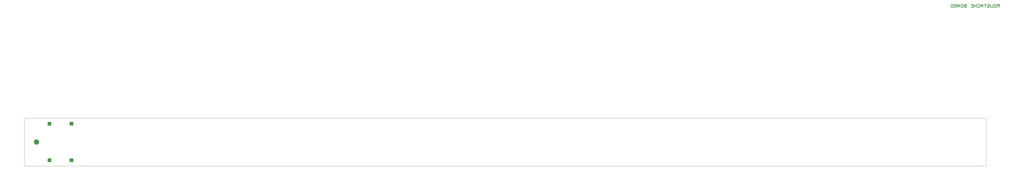
<source format=gbs>
G75*
%MOIN*%
%OFA0B0*%
%FSLAX25Y25*%
%IPPOS*%
%LPD*%
%AMOC8*
5,1,8,0,0,1.08239X$1,22.5*
%
%ADD10C,0.00900*%
%ADD11C,0.00039*%
%ADD12C,0.00000*%
%ADD13C,0.08468*%
%ADD14R,0.06499X0.06499*%
D10*
X1518558Y0617029D02*
X1519393Y0616194D01*
X1521898Y0616194D01*
X1521898Y0621204D01*
X1519393Y0621204D01*
X1518558Y0620369D01*
X1518558Y0617029D01*
X1523996Y0616194D02*
X1525666Y0617864D01*
X1524831Y0617864D02*
X1527336Y0617864D01*
X1527336Y0616194D02*
X1527336Y0621204D01*
X1524831Y0621204D01*
X1523996Y0620369D01*
X1523996Y0618699D01*
X1524831Y0617864D01*
X1529433Y0618699D02*
X1532773Y0618699D01*
X1532773Y0619534D02*
X1531103Y0621204D01*
X1529433Y0619534D01*
X1529433Y0616194D01*
X1532773Y0616194D02*
X1532773Y0619534D01*
X1534871Y0620369D02*
X1535706Y0621204D01*
X1537376Y0621204D01*
X1538211Y0620369D01*
X1538211Y0617029D01*
X1537376Y0616194D01*
X1535706Y0616194D01*
X1534871Y0617029D01*
X1534871Y0620369D01*
X1540309Y0620369D02*
X1540309Y0619534D01*
X1541144Y0618699D01*
X1543649Y0618699D01*
X1543649Y0621204D02*
X1541144Y0621204D01*
X1540309Y0620369D01*
X1541144Y0618699D02*
X1540309Y0617864D01*
X1540309Y0617029D01*
X1541144Y0616194D01*
X1543649Y0616194D01*
X1543649Y0621204D01*
X1551184Y0621204D02*
X1554524Y0621204D01*
X1554524Y0616194D01*
X1551184Y0616194D01*
X1552854Y0618699D02*
X1554524Y0618699D01*
X1556622Y0618699D02*
X1559962Y0618699D01*
X1559962Y0616194D02*
X1559962Y0621204D01*
X1562060Y0620369D02*
X1562895Y0621204D01*
X1564565Y0621204D01*
X1565400Y0620369D01*
X1565400Y0617029D01*
X1564565Y0616194D01*
X1562895Y0616194D01*
X1562060Y0617029D01*
X1567497Y0616194D02*
X1567497Y0619534D01*
X1569167Y0621204D01*
X1570837Y0619534D01*
X1570837Y0616194D01*
X1570837Y0618699D02*
X1567497Y0618699D01*
X1572935Y0621204D02*
X1576275Y0621204D01*
X1574605Y0621204D02*
X1574605Y0616194D01*
X1578373Y0617029D02*
X1579208Y0616194D01*
X1580878Y0616194D01*
X1581713Y0617029D01*
X1580878Y0618699D02*
X1579208Y0618699D01*
X1578373Y0617864D01*
X1578373Y0617029D01*
X1580878Y0618699D02*
X1581713Y0619534D01*
X1581713Y0620369D01*
X1580878Y0621204D01*
X1579208Y0621204D01*
X1578373Y0620369D01*
X1583811Y0621204D02*
X1583811Y0617029D01*
X1584645Y0616194D01*
X1586315Y0616194D01*
X1587150Y0617029D01*
X1587150Y0621204D01*
X1589248Y0620369D02*
X1590083Y0621204D01*
X1591753Y0621204D01*
X1592588Y0620369D01*
X1592588Y0617029D01*
X1591753Y0616194D01*
X1590083Y0616194D01*
X1589248Y0617029D01*
X1589248Y0620369D01*
X1594686Y0621204D02*
X1594686Y0616194D01*
X1598026Y0616194D02*
X1598026Y0621204D01*
X1596356Y0619534D01*
X1594686Y0621204D01*
X1556622Y0621204D02*
X1556622Y0616194D01*
D11*
X1576394Y0355823D02*
X0001591Y0355823D01*
X0001591Y0434563D01*
X1576394Y0434563D01*
X1576394Y0355823D01*
D12*
X0017142Y0395193D02*
X0017144Y0395321D01*
X0017150Y0395449D01*
X0017160Y0395576D01*
X0017174Y0395704D01*
X0017191Y0395830D01*
X0017213Y0395956D01*
X0017239Y0396082D01*
X0017268Y0396206D01*
X0017301Y0396330D01*
X0017338Y0396452D01*
X0017379Y0396573D01*
X0017424Y0396693D01*
X0017472Y0396812D01*
X0017524Y0396929D01*
X0017580Y0397044D01*
X0017639Y0397158D01*
X0017701Y0397269D01*
X0017767Y0397379D01*
X0017836Y0397486D01*
X0017909Y0397592D01*
X0017985Y0397695D01*
X0018064Y0397795D01*
X0018146Y0397894D01*
X0018231Y0397989D01*
X0018319Y0398082D01*
X0018410Y0398172D01*
X0018503Y0398259D01*
X0018600Y0398344D01*
X0018698Y0398425D01*
X0018800Y0398503D01*
X0018903Y0398578D01*
X0019009Y0398650D01*
X0019117Y0398719D01*
X0019227Y0398784D01*
X0019340Y0398845D01*
X0019454Y0398904D01*
X0019569Y0398958D01*
X0019687Y0399009D01*
X0019805Y0399057D01*
X0019926Y0399100D01*
X0020047Y0399140D01*
X0020170Y0399176D01*
X0020294Y0399209D01*
X0020419Y0399237D01*
X0020544Y0399262D01*
X0020670Y0399282D01*
X0020797Y0399299D01*
X0020925Y0399312D01*
X0021052Y0399321D01*
X0021180Y0399326D01*
X0021308Y0399327D01*
X0021436Y0399324D01*
X0021564Y0399317D01*
X0021691Y0399306D01*
X0021818Y0399291D01*
X0021945Y0399273D01*
X0022071Y0399250D01*
X0022196Y0399223D01*
X0022320Y0399193D01*
X0022443Y0399159D01*
X0022566Y0399121D01*
X0022687Y0399079D01*
X0022806Y0399033D01*
X0022924Y0398984D01*
X0023041Y0398931D01*
X0023156Y0398875D01*
X0023269Y0398815D01*
X0023380Y0398752D01*
X0023489Y0398685D01*
X0023596Y0398615D01*
X0023701Y0398541D01*
X0023803Y0398465D01*
X0023903Y0398385D01*
X0024001Y0398302D01*
X0024096Y0398216D01*
X0024188Y0398127D01*
X0024277Y0398036D01*
X0024364Y0397942D01*
X0024447Y0397845D01*
X0024528Y0397745D01*
X0024605Y0397644D01*
X0024680Y0397539D01*
X0024751Y0397433D01*
X0024818Y0397324D01*
X0024883Y0397214D01*
X0024943Y0397101D01*
X0025001Y0396987D01*
X0025054Y0396871D01*
X0025104Y0396753D01*
X0025151Y0396634D01*
X0025194Y0396513D01*
X0025233Y0396391D01*
X0025268Y0396268D01*
X0025299Y0396144D01*
X0025327Y0396019D01*
X0025350Y0395893D01*
X0025370Y0395767D01*
X0025386Y0395640D01*
X0025398Y0395513D01*
X0025406Y0395385D01*
X0025410Y0395257D01*
X0025410Y0395129D01*
X0025406Y0395001D01*
X0025398Y0394873D01*
X0025386Y0394746D01*
X0025370Y0394619D01*
X0025350Y0394493D01*
X0025327Y0394367D01*
X0025299Y0394242D01*
X0025268Y0394118D01*
X0025233Y0393995D01*
X0025194Y0393873D01*
X0025151Y0393752D01*
X0025104Y0393633D01*
X0025054Y0393515D01*
X0025001Y0393399D01*
X0024943Y0393285D01*
X0024883Y0393172D01*
X0024818Y0393062D01*
X0024751Y0392953D01*
X0024680Y0392847D01*
X0024605Y0392742D01*
X0024528Y0392641D01*
X0024447Y0392541D01*
X0024364Y0392444D01*
X0024277Y0392350D01*
X0024188Y0392259D01*
X0024096Y0392170D01*
X0024001Y0392084D01*
X0023903Y0392001D01*
X0023803Y0391921D01*
X0023701Y0391845D01*
X0023596Y0391771D01*
X0023489Y0391701D01*
X0023380Y0391634D01*
X0023269Y0391571D01*
X0023156Y0391511D01*
X0023041Y0391455D01*
X0022924Y0391402D01*
X0022806Y0391353D01*
X0022687Y0391307D01*
X0022566Y0391265D01*
X0022443Y0391227D01*
X0022320Y0391193D01*
X0022196Y0391163D01*
X0022071Y0391136D01*
X0021945Y0391113D01*
X0021818Y0391095D01*
X0021691Y0391080D01*
X0021564Y0391069D01*
X0021436Y0391062D01*
X0021308Y0391059D01*
X0021180Y0391060D01*
X0021052Y0391065D01*
X0020925Y0391074D01*
X0020797Y0391087D01*
X0020670Y0391104D01*
X0020544Y0391124D01*
X0020419Y0391149D01*
X0020294Y0391177D01*
X0020170Y0391210D01*
X0020047Y0391246D01*
X0019926Y0391286D01*
X0019805Y0391329D01*
X0019687Y0391377D01*
X0019569Y0391428D01*
X0019454Y0391482D01*
X0019340Y0391541D01*
X0019227Y0391602D01*
X0019117Y0391667D01*
X0019009Y0391736D01*
X0018903Y0391808D01*
X0018800Y0391883D01*
X0018698Y0391961D01*
X0018600Y0392042D01*
X0018503Y0392127D01*
X0018410Y0392214D01*
X0018319Y0392304D01*
X0018231Y0392397D01*
X0018146Y0392492D01*
X0018064Y0392591D01*
X0017985Y0392691D01*
X0017909Y0392794D01*
X0017836Y0392900D01*
X0017767Y0393007D01*
X0017701Y0393117D01*
X0017639Y0393228D01*
X0017580Y0393342D01*
X0017524Y0393457D01*
X0017472Y0393574D01*
X0017424Y0393693D01*
X0017379Y0393813D01*
X0017338Y0393934D01*
X0017301Y0394056D01*
X0017268Y0394180D01*
X0017239Y0394304D01*
X0017213Y0394430D01*
X0017191Y0394556D01*
X0017174Y0394682D01*
X0017160Y0394810D01*
X0017150Y0394937D01*
X0017144Y0395065D01*
X0017142Y0395193D01*
D13*
X0021276Y0395193D03*
D14*
X0042646Y0425193D03*
X0078646Y0425193D03*
X0078646Y0365193D03*
X0042646Y0365193D03*
M02*

</source>
